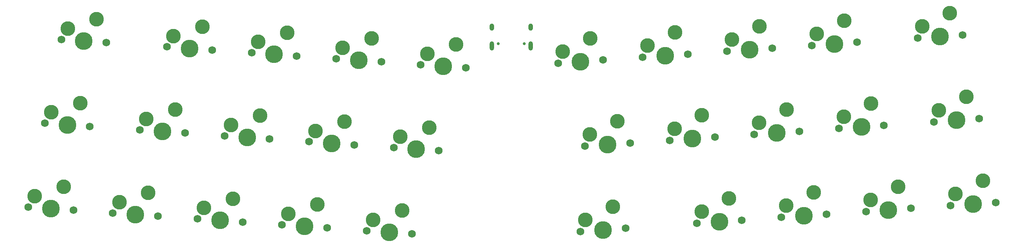
<source format=gbr>
%TF.GenerationSoftware,KiCad,Pcbnew,8.0.3*%
%TF.CreationDate,2024-09-04T22:14:08+02:00*%
%TF.ProjectId,peanut,7065616e-7574-42e6-9b69-6361645f7063,rev?*%
%TF.SameCoordinates,Original*%
%TF.FileFunction,Soldermask,Top*%
%TF.FilePolarity,Negative*%
%FSLAX46Y46*%
G04 Gerber Fmt 4.6, Leading zero omitted, Abs format (unit mm)*
G04 Created by KiCad (PCBNEW 8.0.3) date 2024-09-04 22:14:08*
%MOMM*%
%LPD*%
G01*
G04 APERTURE LIST*
%ADD10C,1.750000*%
%ADD11C,3.987800*%
%ADD12C,3.300000*%
%ADD13C,0.650000*%
%ADD14O,1.000000X1.600000*%
%ADD15O,1.000000X2.100000*%
G04 APERTURE END LIST*
D10*
%TO.C,MX19*%
X239307090Y-67040739D03*
D11*
X234239465Y-67395102D03*
D10*
X229171840Y-67749465D03*
D12*
X230261568Y-65127061D03*
X236418915Y-62150295D03*
%TD*%
D10*
%TO.C,MX14*%
X120302296Y-71436444D03*
D11*
X115234671Y-71082082D03*
D10*
X110167046Y-70727720D03*
D12*
X111611133Y-68282496D03*
X118122847Y-66191638D03*
%TD*%
D10*
%TO.C,MX29*%
X245386954Y-85712121D03*
D11*
X240319329Y-86066484D03*
D10*
X235251704Y-86420847D03*
D12*
X236341432Y-83798443D03*
X242498779Y-80821677D03*
%TD*%
D10*
%TO.C,MX11*%
X60916061Y-67283755D03*
D11*
X55848436Y-66929392D03*
D10*
X50780811Y-66575029D03*
D12*
X52224898Y-64129807D03*
X58736612Y-62038948D03*
%TD*%
D10*
%TO.C,MX5*%
X145385650Y-54093925D03*
D11*
X140318025Y-53739563D03*
D10*
X135250400Y-53385201D03*
D12*
X136694487Y-50939977D03*
X143206201Y-48849119D03*
%TD*%
D10*
%TO.C,MX1*%
X64620371Y-48446267D03*
D11*
X59552746Y-48091904D03*
D10*
X54485121Y-47737541D03*
D12*
X55929208Y-45292319D03*
X62440922Y-43201460D03*
%TD*%
D10*
%TO.C,MX23*%
X95218941Y-88778963D03*
D11*
X90151316Y-88424601D03*
D10*
X85083691Y-88070239D03*
D12*
X86527778Y-85625015D03*
X93039492Y-83534157D03*
%TD*%
D10*
%TO.C,MX17*%
X201299972Y-69698479D03*
D11*
X196232347Y-70052842D03*
D10*
X191164722Y-70407205D03*
D12*
X192254450Y-67784801D03*
X198411797Y-64808035D03*
%TD*%
D13*
%TO.C,J1*%
X152685000Y-48637500D03*
X158465000Y-48637500D03*
D14*
X151255000Y-44987500D03*
D15*
X151255000Y-49167500D03*
D14*
X159895000Y-44987500D03*
D15*
X159895000Y-49167500D03*
%TD*%
D10*
%TO.C,MX27*%
X207379706Y-88369861D03*
D11*
X202312081Y-88724224D03*
D10*
X197244456Y-89078587D03*
D12*
X198334184Y-86456183D03*
X204491531Y-83479417D03*
%TD*%
D10*
%TO.C,MX20*%
X260686233Y-65545845D03*
D11*
X255618608Y-65900208D03*
D10*
X250550983Y-66254571D03*
D12*
X251640711Y-63632167D03*
X257798058Y-60655401D03*
%TD*%
D10*
%TO.C,MX15*%
X139305891Y-72765305D03*
D11*
X134238266Y-72410943D03*
D10*
X129170641Y-72056581D03*
D12*
X130614728Y-69611357D03*
X137126442Y-67520499D03*
%TD*%
D10*
%TO.C,MX12*%
X82295105Y-68778722D03*
D11*
X77227480Y-68424360D03*
D10*
X72159855Y-68069998D03*
D12*
X73603942Y-65624774D03*
X80115656Y-63533916D03*
%TD*%
D10*
%TO.C,MX16*%
X182296271Y-71027350D03*
D11*
X177228646Y-71381713D03*
D10*
X172161021Y-71736076D03*
D12*
X173250749Y-69113672D03*
X179408096Y-66136906D03*
%TD*%
D10*
%TO.C,MX7*%
X195220130Y-51027100D03*
D11*
X190152505Y-51381463D03*
D10*
X185084880Y-51735826D03*
D12*
X186174608Y-49113422D03*
X192331955Y-46136656D03*
%TD*%
D10*
%TO.C,MX3*%
X107378460Y-51436203D03*
D11*
X102310835Y-51081841D03*
D10*
X97243210Y-50727479D03*
D12*
X98687297Y-48282255D03*
X105199011Y-46191397D03*
%TD*%
D10*
%TO.C,MX8*%
X214223807Y-49698230D03*
D11*
X209156182Y-50052593D03*
D10*
X204088557Y-50406956D03*
D12*
X205178285Y-47784552D03*
X211335632Y-44807786D03*
%TD*%
D10*
%TO.C,MX26*%
X181249732Y-90197074D03*
D11*
X176182107Y-90551437D03*
D10*
X171114482Y-90905800D03*
D12*
X172204210Y-88283396D03*
X178361557Y-85306630D03*
%TD*%
D10*
%TO.C,MX21*%
X57211751Y-86121241D03*
D11*
X52144126Y-85766879D03*
D10*
X47076501Y-85412517D03*
D12*
X48520588Y-82967293D03*
X55032302Y-80876435D03*
%TD*%
D10*
%TO.C,MX28*%
X226383269Y-87040992D03*
D11*
X221315644Y-87395355D03*
D10*
X216248019Y-87749718D03*
D12*
X217337747Y-85127314D03*
X223495094Y-82150548D03*
%TD*%
D10*
%TO.C,MX18*%
X220303535Y-68369612D03*
D11*
X215235910Y-68723975D03*
D10*
X210168285Y-69078338D03*
D12*
X211258013Y-66455934D03*
X217415360Y-63479168D03*
%TD*%
D10*
%TO.C,MX30*%
X264390525Y-84383254D03*
D11*
X259322900Y-84737617D03*
D10*
X254255275Y-85091980D03*
D12*
X255345003Y-82469576D03*
X261502350Y-79492810D03*
%TD*%
D10*
%TO.C,MX4*%
X126382055Y-52765064D03*
D11*
X121314430Y-52410702D03*
D10*
X116246805Y-52056340D03*
D12*
X117690892Y-49611116D03*
X124202606Y-47520258D03*
%TD*%
D10*
%TO.C,MX6*%
X176216552Y-52355970D03*
D11*
X171148927Y-52710333D03*
D10*
X166081302Y-53064696D03*
D12*
X167171030Y-50442292D03*
X173328377Y-47465526D03*
%TD*%
D10*
%TO.C,MX25*%
X133226131Y-91436685D03*
D11*
X128158506Y-91082323D03*
D10*
X123090881Y-90727961D03*
D12*
X124534968Y-88282737D03*
X131046682Y-86191879D03*
%TD*%
D10*
%TO.C,MX2*%
X88374865Y-50107342D03*
D11*
X83307240Y-49752980D03*
D10*
X78239615Y-49398618D03*
D12*
X79683702Y-46953394D03*
X86195416Y-44862536D03*
%TD*%
D10*
%TO.C,MX10*%
X256981940Y-46708305D03*
D11*
X251914315Y-47062668D03*
D10*
X246846690Y-47417031D03*
D12*
X247936418Y-44794627D03*
X254093765Y-41817861D03*
%TD*%
D10*
%TO.C,MX22*%
X76215346Y-87450102D03*
D11*
X71147721Y-87095740D03*
D10*
X66080096Y-86741378D03*
D12*
X67524183Y-84296154D03*
X74035897Y-82205296D03*
%TD*%
D10*
%TO.C,MX24*%
X114222536Y-90107824D03*
D11*
X109154911Y-89753462D03*
D10*
X104087286Y-89399100D03*
D12*
X105531373Y-86953876D03*
X112043087Y-84863018D03*
%TD*%
D10*
%TO.C,MX9*%
X233227378Y-48369361D03*
D11*
X228159753Y-48723724D03*
D10*
X223092128Y-49078087D03*
D12*
X224181856Y-46455683D03*
X230339203Y-43478917D03*
%TD*%
D10*
%TO.C,MX13*%
X101298700Y-70107583D03*
D11*
X96231075Y-69753221D03*
D10*
X91163450Y-69398859D03*
D12*
X92607537Y-66953635D03*
X99119251Y-64862777D03*
%TD*%
M02*

</source>
